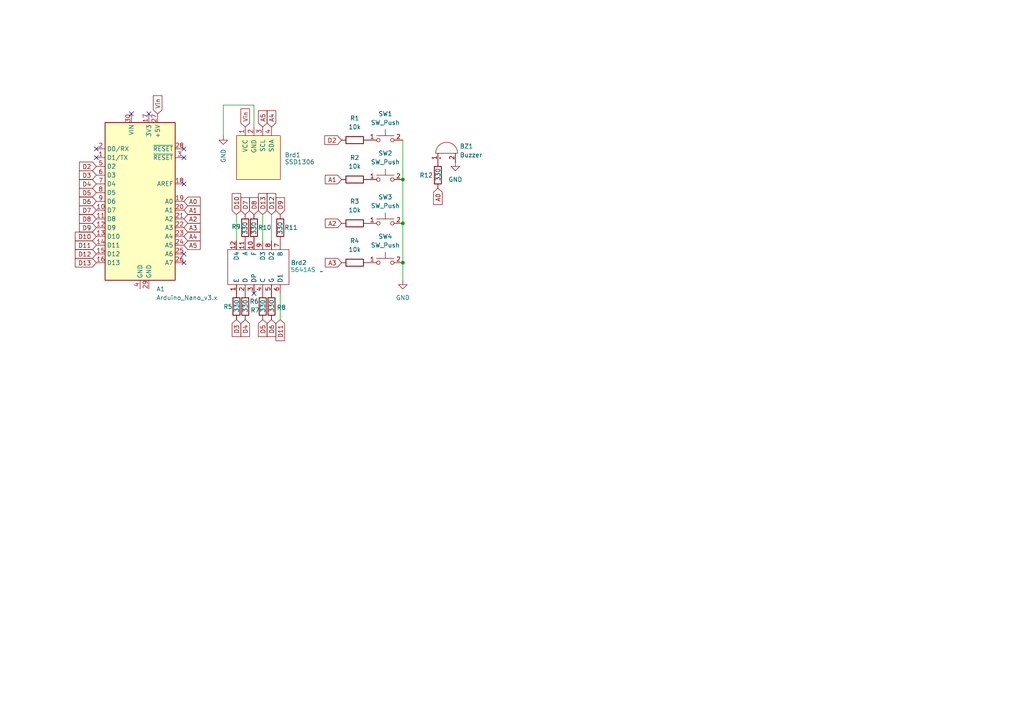
<source format=kicad_sch>
(kicad_sch
	(version 20250114)
	(generator "eeschema")
	(generator_version "9.0")
	(uuid "4c0599df-3797-45d8-8cfe-c57caac2cac1")
	(paper "A4")
	(lib_symbols
		(symbol "5641AS:5641AS"
			(exclude_from_sim no)
			(in_bom yes)
			(on_board yes)
			(property "Reference" "Brd1"
				(at 12.7 1.016 0)
				(effects
					(font
						(size 1.27 1.27)
						(thickness 0.1588)
					)
				)
			)
			(property "Value" ""
				(at 0 0 0)
				(effects
					(font
						(size 1.27 1.27)
					)
				)
			)
			(property "Footprint" ""
				(at 0 0 0)
				(effects
					(font
						(size 1.27 1.27)
					)
					(hide yes)
				)
			)
			(property "Datasheet" ""
				(at 0 0 0)
				(effects
					(font
						(size 1.27 1.27)
					)
					(hide yes)
				)
			)
			(property "Description" ""
				(at 0 0 0)
				(effects
					(font
						(size 1.27 1.27)
					)
					(hide yes)
				)
			)
			(symbol "5641AS_0_1"
				(rectangle
					(start -7.62 5.08)
					(end 10.16 -5.08)
					(stroke
						(width 0)
						(type default)
					)
					(fill
						(type none)
					)
				)
			)
			(symbol "5641AS_1_1"
				(text "5641AS"
					(at 14.224 -0.762 0)
					(effects
						(font
							(size 1.27 1.27)
							(color 0 132 132 1)
						)
					)
				)
				(pin input line
					(at -5.08 7.62 270)
					(length 2.54)
					(name "D4"
						(effects
							(font
								(size 1.27 1.27)
							)
						)
					)
					(number "12"
						(effects
							(font
								(size 1.27 1.27)
							)
						)
					)
				)
				(pin input line
					(at -5.08 -7.62 90)
					(length 2.54)
					(name "E"
						(effects
							(font
								(size 1.27 1.27)
							)
						)
					)
					(number "1"
						(effects
							(font
								(size 1.27 1.27)
							)
						)
					)
				)
				(pin input line
					(at -2.54 7.62 270)
					(length 2.54)
					(name "A"
						(effects
							(font
								(size 1.27 1.27)
							)
						)
					)
					(number "11"
						(effects
							(font
								(size 1.27 1.27)
							)
						)
					)
				)
				(pin input line
					(at -2.54 -7.62 90)
					(length 2.54)
					(name "D"
						(effects
							(font
								(size 1.27 1.27)
							)
						)
					)
					(number "2"
						(effects
							(font
								(size 1.27 1.27)
							)
						)
					)
				)
				(pin input line
					(at 0 7.62 270)
					(length 2.54)
					(name "F"
						(effects
							(font
								(size 1.27 1.27)
							)
						)
					)
					(number "10"
						(effects
							(font
								(size 1.27 1.27)
							)
						)
					)
				)
				(pin input line
					(at 0 -7.62 90)
					(length 2.54)
					(name "DP"
						(effects
							(font
								(size 1.27 1.27)
							)
						)
					)
					(number "3"
						(effects
							(font
								(size 1.27 1.27)
							)
						)
					)
				)
				(pin input line
					(at 2.54 7.62 270)
					(length 2.54)
					(name "D3"
						(effects
							(font
								(size 1.27 1.27)
							)
						)
					)
					(number "9"
						(effects
							(font
								(size 1.27 1.27)
							)
						)
					)
				)
				(pin input line
					(at 2.54 -7.62 90)
					(length 2.54)
					(name "C"
						(effects
							(font
								(size 1.27 1.27)
							)
						)
					)
					(number "4"
						(effects
							(font
								(size 1.27 1.27)
							)
						)
					)
				)
				(pin input line
					(at 5.08 7.62 270)
					(length 2.54)
					(name "D2"
						(effects
							(font
								(size 1.27 1.27)
							)
						)
					)
					(number "8"
						(effects
							(font
								(size 1.27 1.27)
							)
						)
					)
				)
				(pin input line
					(at 5.08 -7.62 90)
					(length 2.54)
					(name "G"
						(effects
							(font
								(size 1.27 1.27)
							)
						)
					)
					(number "5"
						(effects
							(font
								(size 1.27 1.27)
							)
						)
					)
				)
				(pin input line
					(at 7.62 7.62 270)
					(length 2.54)
					(name "B"
						(effects
							(font
								(size 1.27 1.27)
							)
						)
					)
					(number "7"
						(effects
							(font
								(size 1.27 1.27)
							)
						)
					)
				)
				(pin input line
					(at 7.62 -7.62 90)
					(length 2.54)
					(name "D1"
						(effects
							(font
								(size 1.27 1.27)
							)
						)
					)
					(number "6"
						(effects
							(font
								(size 1.27 1.27)
							)
						)
					)
				)
			)
			(embedded_fonts no)
		)
		(symbol "Device:Buzzer"
			(pin_names
				(offset 0.0254)
				(hide yes)
			)
			(exclude_from_sim no)
			(in_bom yes)
			(on_board yes)
			(property "Reference" "BZ"
				(at 3.81 1.27 0)
				(effects
					(font
						(size 1.27 1.27)
					)
					(justify left)
				)
			)
			(property "Value" "Buzzer"
				(at 3.81 -1.27 0)
				(effects
					(font
						(size 1.27 1.27)
					)
					(justify left)
				)
			)
			(property "Footprint" ""
				(at -0.635 2.54 90)
				(effects
					(font
						(size 1.27 1.27)
					)
					(hide yes)
				)
			)
			(property "Datasheet" "~"
				(at -0.635 2.54 90)
				(effects
					(font
						(size 1.27 1.27)
					)
					(hide yes)
				)
			)
			(property "Description" "Buzzer, polarized"
				(at 0 0 0)
				(effects
					(font
						(size 1.27 1.27)
					)
					(hide yes)
				)
			)
			(property "ki_keywords" "quartz resonator ceramic"
				(at 0 0 0)
				(effects
					(font
						(size 1.27 1.27)
					)
					(hide yes)
				)
			)
			(property "ki_fp_filters" "*Buzzer*"
				(at 0 0 0)
				(effects
					(font
						(size 1.27 1.27)
					)
					(hide yes)
				)
			)
			(symbol "Buzzer_0_1"
				(polyline
					(pts
						(xy -1.651 1.905) (xy -1.143 1.905)
					)
					(stroke
						(width 0)
						(type default)
					)
					(fill
						(type none)
					)
				)
				(polyline
					(pts
						(xy -1.397 2.159) (xy -1.397 1.651)
					)
					(stroke
						(width 0)
						(type default)
					)
					(fill
						(type none)
					)
				)
				(arc
					(start 0 3.175)
					(mid 3.1612 0)
					(end 0 -3.175)
					(stroke
						(width 0)
						(type default)
					)
					(fill
						(type none)
					)
				)
				(polyline
					(pts
						(xy 0 3.175) (xy 0 -3.175)
					)
					(stroke
						(width 0)
						(type default)
					)
					(fill
						(type none)
					)
				)
			)
			(symbol "Buzzer_1_1"
				(pin passive line
					(at -2.54 2.54 0)
					(length 2.54)
					(name "+"
						(effects
							(font
								(size 1.27 1.27)
							)
						)
					)
					(number "1"
						(effects
							(font
								(size 1.27 1.27)
							)
						)
					)
				)
				(pin passive line
					(at -2.54 -2.54 0)
					(length 2.54)
					(name "-"
						(effects
							(font
								(size 1.27 1.27)
							)
						)
					)
					(number "2"
						(effects
							(font
								(size 1.27 1.27)
							)
						)
					)
				)
			)
			(embedded_fonts no)
		)
		(symbol "Device:R"
			(pin_numbers
				(hide yes)
			)
			(pin_names
				(offset 0)
			)
			(exclude_from_sim no)
			(in_bom yes)
			(on_board yes)
			(property "Reference" "R"
				(at 2.032 0 90)
				(effects
					(font
						(size 1.27 1.27)
					)
				)
			)
			(property "Value" "R"
				(at 0 0 90)
				(effects
					(font
						(size 1.27 1.27)
					)
				)
			)
			(property "Footprint" ""
				(at -1.778 0 90)
				(effects
					(font
						(size 1.27 1.27)
					)
					(hide yes)
				)
			)
			(property "Datasheet" "~"
				(at 0 0 0)
				(effects
					(font
						(size 1.27 1.27)
					)
					(hide yes)
				)
			)
			(property "Description" "Resistor"
				(at 0 0 0)
				(effects
					(font
						(size 1.27 1.27)
					)
					(hide yes)
				)
			)
			(property "ki_keywords" "R res resistor"
				(at 0 0 0)
				(effects
					(font
						(size 1.27 1.27)
					)
					(hide yes)
				)
			)
			(property "ki_fp_filters" "R_*"
				(at 0 0 0)
				(effects
					(font
						(size 1.27 1.27)
					)
					(hide yes)
				)
			)
			(symbol "R_0_1"
				(rectangle
					(start -1.016 -2.54)
					(end 1.016 2.54)
					(stroke
						(width 0.254)
						(type default)
					)
					(fill
						(type none)
					)
				)
			)
			(symbol "R_1_1"
				(pin passive line
					(at 0 3.81 270)
					(length 1.27)
					(name "~"
						(effects
							(font
								(size 1.27 1.27)
							)
						)
					)
					(number "1"
						(effects
							(font
								(size 1.27 1.27)
							)
						)
					)
				)
				(pin passive line
					(at 0 -3.81 90)
					(length 1.27)
					(name "~"
						(effects
							(font
								(size 1.27 1.27)
							)
						)
					)
					(number "2"
						(effects
							(font
								(size 1.27 1.27)
							)
						)
					)
				)
			)
			(embedded_fonts no)
		)
		(symbol "MCU_Module:Arduino_Nano_v3.x"
			(exclude_from_sim no)
			(in_bom yes)
			(on_board yes)
			(property "Reference" "A"
				(at -10.16 23.495 0)
				(effects
					(font
						(size 1.27 1.27)
					)
					(justify left bottom)
				)
			)
			(property "Value" "Arduino_Nano_v3.x"
				(at 5.08 -24.13 0)
				(effects
					(font
						(size 1.27 1.27)
					)
					(justify left top)
				)
			)
			(property "Footprint" "Module:Arduino_Nano"
				(at 0 0 0)
				(effects
					(font
						(size 1.27 1.27)
						(italic yes)
					)
					(hide yes)
				)
			)
			(property "Datasheet" "http://www.mouser.com/pdfdocs/Gravitech_Arduino_Nano3_0.pdf"
				(at 0 0 0)
				(effects
					(font
						(size 1.27 1.27)
					)
					(hide yes)
				)
			)
			(property "Description" "Arduino Nano v3.x"
				(at 0 0 0)
				(effects
					(font
						(size 1.27 1.27)
					)
					(hide yes)
				)
			)
			(property "ki_keywords" "Arduino nano microcontroller module USB"
				(at 0 0 0)
				(effects
					(font
						(size 1.27 1.27)
					)
					(hide yes)
				)
			)
			(property "ki_fp_filters" "Arduino*Nano*"
				(at 0 0 0)
				(effects
					(font
						(size 1.27 1.27)
					)
					(hide yes)
				)
			)
			(symbol "Arduino_Nano_v3.x_0_1"
				(rectangle
					(start -10.16 22.86)
					(end 10.16 -22.86)
					(stroke
						(width 0.254)
						(type default)
					)
					(fill
						(type background)
					)
				)
			)
			(symbol "Arduino_Nano_v3.x_1_1"
				(pin bidirectional line
					(at -12.7 15.24 0)
					(length 2.54)
					(name "D0/RX"
						(effects
							(font
								(size 1.27 1.27)
							)
						)
					)
					(number "2"
						(effects
							(font
								(size 1.27 1.27)
							)
						)
					)
				)
				(pin bidirectional line
					(at -12.7 12.7 0)
					(length 2.54)
					(name "D1/TX"
						(effects
							(font
								(size 1.27 1.27)
							)
						)
					)
					(number "1"
						(effects
							(font
								(size 1.27 1.27)
							)
						)
					)
				)
				(pin bidirectional line
					(at -12.7 10.16 0)
					(length 2.54)
					(name "D2"
						(effects
							(font
								(size 1.27 1.27)
							)
						)
					)
					(number "5"
						(effects
							(font
								(size 1.27 1.27)
							)
						)
					)
				)
				(pin bidirectional line
					(at -12.7 7.62 0)
					(length 2.54)
					(name "D3"
						(effects
							(font
								(size 1.27 1.27)
							)
						)
					)
					(number "6"
						(effects
							(font
								(size 1.27 1.27)
							)
						)
					)
				)
				(pin bidirectional line
					(at -12.7 5.08 0)
					(length 2.54)
					(name "D4"
						(effects
							(font
								(size 1.27 1.27)
							)
						)
					)
					(number "7"
						(effects
							(font
								(size 1.27 1.27)
							)
						)
					)
				)
				(pin bidirectional line
					(at -12.7 2.54 0)
					(length 2.54)
					(name "D5"
						(effects
							(font
								(size 1.27 1.27)
							)
						)
					)
					(number "8"
						(effects
							(font
								(size 1.27 1.27)
							)
						)
					)
				)
				(pin bidirectional line
					(at -12.7 0 0)
					(length 2.54)
					(name "D6"
						(effects
							(font
								(size 1.27 1.27)
							)
						)
					)
					(number "9"
						(effects
							(font
								(size 1.27 1.27)
							)
						)
					)
				)
				(pin bidirectional line
					(at -12.7 -2.54 0)
					(length 2.54)
					(name "D7"
						(effects
							(font
								(size 1.27 1.27)
							)
						)
					)
					(number "10"
						(effects
							(font
								(size 1.27 1.27)
							)
						)
					)
				)
				(pin bidirectional line
					(at -12.7 -5.08 0)
					(length 2.54)
					(name "D8"
						(effects
							(font
								(size 1.27 1.27)
							)
						)
					)
					(number "11"
						(effects
							(font
								(size 1.27 1.27)
							)
						)
					)
				)
				(pin bidirectional line
					(at -12.7 -7.62 0)
					(length 2.54)
					(name "D9"
						(effects
							(font
								(size 1.27 1.27)
							)
						)
					)
					(number "12"
						(effects
							(font
								(size 1.27 1.27)
							)
						)
					)
				)
				(pin bidirectional line
					(at -12.7 -10.16 0)
					(length 2.54)
					(name "D10"
						(effects
							(font
								(size 1.27 1.27)
							)
						)
					)
					(number "13"
						(effects
							(font
								(size 1.27 1.27)
							)
						)
					)
				)
				(pin bidirectional line
					(at -12.7 -12.7 0)
					(length 2.54)
					(name "D11"
						(effects
							(font
								(size 1.27 1.27)
							)
						)
					)
					(number "14"
						(effects
							(font
								(size 1.27 1.27)
							)
						)
					)
				)
				(pin bidirectional line
					(at -12.7 -15.24 0)
					(length 2.54)
					(name "D12"
						(effects
							(font
								(size 1.27 1.27)
							)
						)
					)
					(number "15"
						(effects
							(font
								(size 1.27 1.27)
							)
						)
					)
				)
				(pin bidirectional line
					(at -12.7 -17.78 0)
					(length 2.54)
					(name "D13"
						(effects
							(font
								(size 1.27 1.27)
							)
						)
					)
					(number "16"
						(effects
							(font
								(size 1.27 1.27)
							)
						)
					)
				)
				(pin power_in line
					(at -2.54 25.4 270)
					(length 2.54)
					(name "VIN"
						(effects
							(font
								(size 1.27 1.27)
							)
						)
					)
					(number "30"
						(effects
							(font
								(size 1.27 1.27)
							)
						)
					)
				)
				(pin power_in line
					(at 0 -25.4 90)
					(length 2.54)
					(name "GND"
						(effects
							(font
								(size 1.27 1.27)
							)
						)
					)
					(number "4"
						(effects
							(font
								(size 1.27 1.27)
							)
						)
					)
				)
				(pin power_out line
					(at 2.54 25.4 270)
					(length 2.54)
					(name "3V3"
						(effects
							(font
								(size 1.27 1.27)
							)
						)
					)
					(number "17"
						(effects
							(font
								(size 1.27 1.27)
							)
						)
					)
				)
				(pin power_in line
					(at 2.54 -25.4 90)
					(length 2.54)
					(name "GND"
						(effects
							(font
								(size 1.27 1.27)
							)
						)
					)
					(number "29"
						(effects
							(font
								(size 1.27 1.27)
							)
						)
					)
				)
				(pin power_out line
					(at 5.08 25.4 270)
					(length 2.54)
					(name "+5V"
						(effects
							(font
								(size 1.27 1.27)
							)
						)
					)
					(number "27"
						(effects
							(font
								(size 1.27 1.27)
							)
						)
					)
				)
				(pin input line
					(at 12.7 15.24 180)
					(length 2.54)
					(name "~{RESET}"
						(effects
							(font
								(size 1.27 1.27)
							)
						)
					)
					(number "28"
						(effects
							(font
								(size 1.27 1.27)
							)
						)
					)
				)
				(pin input line
					(at 12.7 12.7 180)
					(length 2.54)
					(name "~{RESET}"
						(effects
							(font
								(size 1.27 1.27)
							)
						)
					)
					(number "3"
						(effects
							(font
								(size 1.27 1.27)
							)
						)
					)
				)
				(pin input line
					(at 12.7 5.08 180)
					(length 2.54)
					(name "AREF"
						(effects
							(font
								(size 1.27 1.27)
							)
						)
					)
					(number "18"
						(effects
							(font
								(size 1.27 1.27)
							)
						)
					)
				)
				(pin bidirectional line
					(at 12.7 0 180)
					(length 2.54)
					(name "A0"
						(effects
							(font
								(size 1.27 1.27)
							)
						)
					)
					(number "19"
						(effects
							(font
								(size 1.27 1.27)
							)
						)
					)
				)
				(pin bidirectional line
					(at 12.7 -2.54 180)
					(length 2.54)
					(name "A1"
						(effects
							(font
								(size 1.27 1.27)
							)
						)
					)
					(number "20"
						(effects
							(font
								(size 1.27 1.27)
							)
						)
					)
				)
				(pin bidirectional line
					(at 12.7 -5.08 180)
					(length 2.54)
					(name "A2"
						(effects
							(font
								(size 1.27 1.27)
							)
						)
					)
					(number "21"
						(effects
							(font
								(size 1.27 1.27)
							)
						)
					)
				)
				(pin bidirectional line
					(at 12.7 -7.62 180)
					(length 2.54)
					(name "A3"
						(effects
							(font
								(size 1.27 1.27)
							)
						)
					)
					(number "22"
						(effects
							(font
								(size 1.27 1.27)
							)
						)
					)
				)
				(pin bidirectional line
					(at 12.7 -10.16 180)
					(length 2.54)
					(name "A4"
						(effects
							(font
								(size 1.27 1.27)
							)
						)
					)
					(number "23"
						(effects
							(font
								(size 1.27 1.27)
							)
						)
					)
				)
				(pin bidirectional line
					(at 12.7 -12.7 180)
					(length 2.54)
					(name "A5"
						(effects
							(font
								(size 1.27 1.27)
							)
						)
					)
					(number "24"
						(effects
							(font
								(size 1.27 1.27)
							)
						)
					)
				)
				(pin bidirectional line
					(at 12.7 -15.24 180)
					(length 2.54)
					(name "A6"
						(effects
							(font
								(size 1.27 1.27)
							)
						)
					)
					(number "25"
						(effects
							(font
								(size 1.27 1.27)
							)
						)
					)
				)
				(pin bidirectional line
					(at 12.7 -17.78 180)
					(length 2.54)
					(name "A7"
						(effects
							(font
								(size 1.27 1.27)
							)
						)
					)
					(number "26"
						(effects
							(font
								(size 1.27 1.27)
							)
						)
					)
				)
			)
			(embedded_fonts no)
		)
		(symbol "SSD1306:SSD1306"
			(pin_names
				(offset 1.016)
			)
			(exclude_from_sim no)
			(in_bom yes)
			(on_board yes)
			(property "Reference" "Brd1"
				(at 7.62 0.762 0)
				(effects
					(font
						(size 1.27 1.27)
					)
					(justify left)
				)
			)
			(property "Value" "SSD1306"
				(at 7.62 -1.2699 0)
				(effects
					(font
						(size 1.27 1.27)
					)
					(justify left)
				)
			)
			(property "Footprint" ""
				(at 0 6.35 0)
				(effects
					(font
						(size 1.27 1.27)
					)
					(hide yes)
				)
			)
			(property "Datasheet" ""
				(at 0 6.35 0)
				(effects
					(font
						(size 1.27 1.27)
					)
					(hide yes)
				)
			)
			(property "Description" "SSD1306 OLED"
				(at 0 0 0)
				(effects
					(font
						(size 1.27 1.27)
					)
					(hide yes)
				)
			)
			(property "ki_keywords" "SSD1306"
				(at 0 0 0)
				(effects
					(font
						(size 1.27 1.27)
					)
					(hide yes)
				)
			)
			(property "ki_fp_filters" "SSD1306-128x64_OLED:SSD1306"
				(at 0 0 0)
				(effects
					(font
						(size 1.27 1.27)
					)
					(hide yes)
				)
			)
			(symbol "SSD1306_0_1"
				(rectangle
					(start -6.35 6.35)
					(end 6.35 -6.35)
					(stroke
						(width 0)
						(type solid)
					)
					(fill
						(type background)
					)
				)
			)
			(symbol "SSD1306_1_1"
				(pin input line
					(at -3.81 8.89 270)
					(length 2.54)
					(name "VCC"
						(effects
							(font
								(size 1.27 1.27)
							)
						)
					)
					(number "1"
						(effects
							(font
								(size 1.27 1.27)
							)
						)
					)
				)
				(pin input line
					(at -1.27 8.89 270)
					(length 2.54)
					(name "GND"
						(effects
							(font
								(size 1.27 1.27)
							)
						)
					)
					(number "2"
						(effects
							(font
								(size 1.27 1.27)
							)
						)
					)
				)
				(pin input line
					(at 1.27 8.89 270)
					(length 2.54)
					(name "SCL"
						(effects
							(font
								(size 1.27 1.27)
							)
						)
					)
					(number "3"
						(effects
							(font
								(size 1.27 1.27)
							)
						)
					)
				)
				(pin input line
					(at 3.81 8.89 270)
					(length 2.54)
					(name "SDA"
						(effects
							(font
								(size 1.27 1.27)
							)
						)
					)
					(number "4"
						(effects
							(font
								(size 1.27 1.27)
							)
						)
					)
				)
			)
			(embedded_fonts no)
		)
		(symbol "SW_Push_1"
			(pin_names
				(offset 1.016)
				(hide yes)
			)
			(exclude_from_sim no)
			(in_bom yes)
			(on_board yes)
			(property "Reference" "SW"
				(at 1.27 2.54 0)
				(effects
					(font
						(size 1.27 1.27)
					)
					(justify left)
				)
			)
			(property "Value" "SW_Push"
				(at 0 -1.524 0)
				(effects
					(font
						(size 1.27 1.27)
					)
				)
			)
			(property "Footprint" ""
				(at 0 5.08 0)
				(effects
					(font
						(size 1.27 1.27)
					)
					(hide yes)
				)
			)
			(property "Datasheet" "~"
				(at 0 5.08 0)
				(effects
					(font
						(size 1.27 1.27)
					)
					(hide yes)
				)
			)
			(property "Description" "Push button switch, generic, two pins"
				(at 0 0 0)
				(effects
					(font
						(size 1.27 1.27)
					)
					(hide yes)
				)
			)
			(property "ki_keywords" "switch normally-open pushbutton push-button"
				(at 0 0 0)
				(effects
					(font
						(size 1.27 1.27)
					)
					(hide yes)
				)
			)
			(symbol "SW_Push_1_0_1"
				(circle
					(center -2.032 0)
					(radius 0.508)
					(stroke
						(width 0)
						(type default)
					)
					(fill
						(type none)
					)
				)
				(polyline
					(pts
						(xy 0 1.27) (xy 0 3.048)
					)
					(stroke
						(width 0)
						(type default)
					)
					(fill
						(type none)
					)
				)
				(circle
					(center 2.032 0)
					(radius 0.508)
					(stroke
						(width 0)
						(type default)
					)
					(fill
						(type none)
					)
				)
				(polyline
					(pts
						(xy 2.54 1.27) (xy -2.54 1.27)
					)
					(stroke
						(width 0)
						(type default)
					)
					(fill
						(type none)
					)
				)
				(pin passive line
					(at -5.08 0 0)
					(length 2.54)
					(name "1"
						(effects
							(font
								(size 1.27 1.27)
							)
						)
					)
					(number "1"
						(effects
							(font
								(size 1.27 1.27)
							)
						)
					)
				)
				(pin passive line
					(at 5.08 0 180)
					(length 2.54)
					(name "2"
						(effects
							(font
								(size 1.27 1.27)
							)
						)
					)
					(number "2"
						(effects
							(font
								(size 1.27 1.27)
							)
						)
					)
				)
			)
			(embedded_fonts no)
		)
		(symbol "SW_Push_2"
			(pin_names
				(offset 1.016)
				(hide yes)
			)
			(exclude_from_sim no)
			(in_bom yes)
			(on_board yes)
			(property "Reference" "SW"
				(at 1.27 2.54 0)
				(effects
					(font
						(size 1.27 1.27)
					)
					(justify left)
				)
			)
			(property "Value" "SW_Push"
				(at 0 -1.524 0)
				(effects
					(font
						(size 1.27 1.27)
					)
				)
			)
			(property "Footprint" ""
				(at 0 5.08 0)
				(effects
					(font
						(size 1.27 1.27)
					)
					(hide yes)
				)
			)
			(property "Datasheet" "~"
				(at 0 5.08 0)
				(effects
					(font
						(size 1.27 1.27)
					)
					(hide yes)
				)
			)
			(property "Description" "Push button switch, generic, two pins"
				(at 0 0 0)
				(effects
					(font
						(size 1.27 1.27)
					)
					(hide yes)
				)
			)
			(property "ki_keywords" "switch normally-open pushbutton push-button"
				(at 0 0 0)
				(effects
					(font
						(size 1.27 1.27)
					)
					(hide yes)
				)
			)
			(symbol "SW_Push_2_0_1"
				(circle
					(center -2.032 0)
					(radius 0.508)
					(stroke
						(width 0)
						(type default)
					)
					(fill
						(type none)
					)
				)
				(polyline
					(pts
						(xy 0 1.27) (xy 0 3.048)
					)
					(stroke
						(width 0)
						(type default)
					)
					(fill
						(type none)
					)
				)
				(circle
					(center 2.032 0)
					(radius 0.508)
					(stroke
						(width 0)
						(type default)
					)
					(fill
						(type none)
					)
				)
				(polyline
					(pts
						(xy 2.54 1.27) (xy -2.54 1.27)
					)
					(stroke
						(width 0)
						(type default)
					)
					(fill
						(type none)
					)
				)
				(pin passive line
					(at -5.08 0 0)
					(length 2.54)
					(name "1"
						(effects
							(font
								(size 1.27 1.27)
							)
						)
					)
					(number "1"
						(effects
							(font
								(size 1.27 1.27)
							)
						)
					)
				)
				(pin passive line
					(at 5.08 0 180)
					(length 2.54)
					(name "2"
						(effects
							(font
								(size 1.27 1.27)
							)
						)
					)
					(number "2"
						(effects
							(font
								(size 1.27 1.27)
							)
						)
					)
				)
			)
			(embedded_fonts no)
		)
		(symbol "SW_Push_3"
			(pin_names
				(offset 1.016)
				(hide yes)
			)
			(exclude_from_sim no)
			(in_bom yes)
			(on_board yes)
			(property "Reference" "SW"
				(at 1.27 2.54 0)
				(effects
					(font
						(size 1.27 1.27)
					)
					(justify left)
				)
			)
			(property "Value" "SW_Push"
				(at 0 -1.524 0)
				(effects
					(font
						(size 1.27 1.27)
					)
				)
			)
			(property "Footprint" ""
				(at 0 5.08 0)
				(effects
					(font
						(size 1.27 1.27)
					)
					(hide yes)
				)
			)
			(property "Datasheet" "~"
				(at 0 5.08 0)
				(effects
					(font
						(size 1.27 1.27)
					)
					(hide yes)
				)
			)
			(property "Description" "Push button switch, generic, two pins"
				(at 0 0 0)
				(effects
					(font
						(size 1.27 1.27)
					)
					(hide yes)
				)
			)
			(property "ki_keywords" "switch normally-open pushbutton push-button"
				(at 0 0 0)
				(effects
					(font
						(size 1.27 1.27)
					)
					(hide yes)
				)
			)
			(symbol "SW_Push_3_0_1"
				(circle
					(center -2.032 0)
					(radius 0.508)
					(stroke
						(width 0)
						(type default)
					)
					(fill
						(type none)
					)
				)
				(polyline
					(pts
						(xy 0 1.27) (xy 0 3.048)
					)
					(stroke
						(width 0)
						(type default)
					)
					(fill
						(type none)
					)
				)
				(circle
					(center 2.032 0)
					(radius 0.508)
					(stroke
						(width 0)
						(type default)
					)
					(fill
						(type none)
					)
				)
				(polyline
					(pts
						(xy 2.54 1.27) (xy -2.54 1.27)
					)
					(stroke
						(width 0)
						(type default)
					)
					(fill
						(type none)
					)
				)
				(pin passive line
					(at -5.08 0 0)
					(length 2.54)
					(name "1"
						(effects
							(font
								(size 1.27 1.27)
							)
						)
					)
					(number "1"
						(effects
							(font
								(size 1.27 1.27)
							)
						)
					)
				)
				(pin passive line
					(at 5.08 0 180)
					(length 2.54)
					(name "2"
						(effects
							(font
								(size 1.27 1.27)
							)
						)
					)
					(number "2"
						(effects
							(font
								(size 1.27 1.27)
							)
						)
					)
				)
			)
			(embedded_fonts no)
		)
		(symbol "Switch:SW_Push"
			(pin_names
				(offset 1.016)
				(hide yes)
			)
			(exclude_from_sim no)
			(in_bom yes)
			(on_board yes)
			(property "Reference" "SW"
				(at 1.27 2.54 0)
				(effects
					(font
						(size 1.27 1.27)
					)
					(justify left)
				)
			)
			(property "Value" "SW_Push"
				(at 0 -1.524 0)
				(effects
					(font
						(size 1.27 1.27)
					)
				)
			)
			(property "Footprint" ""
				(at 0 5.08 0)
				(effects
					(font
						(size 1.27 1.27)
					)
					(hide yes)
				)
			)
			(property "Datasheet" "~"
				(at 0 5.08 0)
				(effects
					(font
						(size 1.27 1.27)
					)
					(hide yes)
				)
			)
			(property "Description" "Push button switch, generic, two pins"
				(at 0 0 0)
				(effects
					(font
						(size 1.27 1.27)
					)
					(hide yes)
				)
			)
			(property "ki_keywords" "switch normally-open pushbutton push-button"
				(at 0 0 0)
				(effects
					(font
						(size 1.27 1.27)
					)
					(hide yes)
				)
			)
			(symbol "SW_Push_0_1"
				(circle
					(center -2.032 0)
					(radius 0.508)
					(stroke
						(width 0)
						(type default)
					)
					(fill
						(type none)
					)
				)
				(polyline
					(pts
						(xy 0 1.27) (xy 0 3.048)
					)
					(stroke
						(width 0)
						(type default)
					)
					(fill
						(type none)
					)
				)
				(circle
					(center 2.032 0)
					(radius 0.508)
					(stroke
						(width 0)
						(type default)
					)
					(fill
						(type none)
					)
				)
				(polyline
					(pts
						(xy 2.54 1.27) (xy -2.54 1.27)
					)
					(stroke
						(width 0)
						(type default)
					)
					(fill
						(type none)
					)
				)
				(pin passive line
					(at -5.08 0 0)
					(length 2.54)
					(name "1"
						(effects
							(font
								(size 1.27 1.27)
							)
						)
					)
					(number "1"
						(effects
							(font
								(size 1.27 1.27)
							)
						)
					)
				)
				(pin passive line
					(at 5.08 0 180)
					(length 2.54)
					(name "2"
						(effects
							(font
								(size 1.27 1.27)
							)
						)
					)
					(number "2"
						(effects
							(font
								(size 1.27 1.27)
							)
						)
					)
				)
			)
			(embedded_fonts no)
		)
		(symbol "power:GND"
			(power)
			(pin_numbers
				(hide yes)
			)
			(pin_names
				(offset 0)
				(hide yes)
			)
			(exclude_from_sim no)
			(in_bom yes)
			(on_board yes)
			(property "Reference" "#PWR"
				(at 0 -6.35 0)
				(effects
					(font
						(size 1.27 1.27)
					)
					(hide yes)
				)
			)
			(property "Value" "GND"
				(at 0 -3.81 0)
				(effects
					(font
						(size 1.27 1.27)
					)
				)
			)
			(property "Footprint" ""
				(at 0 0 0)
				(effects
					(font
						(size 1.27 1.27)
					)
					(hide yes)
				)
			)
			(property "Datasheet" ""
				(at 0 0 0)
				(effects
					(font
						(size 1.27 1.27)
					)
					(hide yes)
				)
			)
			(property "Description" "Power symbol creates a global label with name \"GND\" , ground"
				(at 0 0 0)
				(effects
					(font
						(size 1.27 1.27)
					)
					(hide yes)
				)
			)
			(property "ki_keywords" "global power"
				(at 0 0 0)
				(effects
					(font
						(size 1.27 1.27)
					)
					(hide yes)
				)
			)
			(symbol "GND_0_1"
				(polyline
					(pts
						(xy 0 0) (xy 0 -1.27) (xy 1.27 -1.27) (xy 0 -2.54) (xy -1.27 -1.27) (xy 0 -1.27)
					)
					(stroke
						(width 0)
						(type default)
					)
					(fill
						(type none)
					)
				)
			)
			(symbol "GND_1_1"
				(pin power_in line
					(at 0 0 270)
					(length 0)
					(name "~"
						(effects
							(font
								(size 1.27 1.27)
							)
						)
					)
					(number "1"
						(effects
							(font
								(size 1.27 1.27)
							)
						)
					)
				)
			)
			(embedded_fonts no)
		)
	)
	(junction
		(at 116.84 64.77)
		(diameter 0)
		(color 0 0 0 0)
		(uuid "0b924c78-4a3a-4773-94d6-1a4e0db7338e")
	)
	(junction
		(at 116.84 76.2)
		(diameter 0)
		(color 0 0 0 0)
		(uuid "bf4dd8fc-5ad4-463c-89e3-4b651728e989")
	)
	(junction
		(at 116.84 52.07)
		(diameter 0)
		(color 0 0 0 0)
		(uuid "e49605f2-0e20-4ad4-a999-230602ea0cd4")
	)
	(no_connect
		(at 27.94 45.72)
		(uuid "0bea6725-72de-4b94-b153-41b09993c357")
	)
	(no_connect
		(at 38.1 33.02)
		(uuid "15c2abbf-a5df-423d-829c-c0e0f50eaff4")
	)
	(no_connect
		(at 73.66 85.09)
		(uuid "4b943da8-aedc-487d-b510-02e835de873f")
	)
	(no_connect
		(at 27.94 43.18)
		(uuid "56b25b78-ac90-4ec6-a982-c7701ae63065")
	)
	(no_connect
		(at 53.34 43.18)
		(uuid "6ff8a111-779c-4dac-859a-6c7fc1fd72dd")
	)
	(no_connect
		(at 43.18 33.02)
		(uuid "a8f545b0-b1d8-4cac-b9a2-b50fbc34bfd4")
	)
	(no_connect
		(at 53.34 53.34)
		(uuid "b28a46ae-1450-4c5b-9b55-3e3e179a89d0")
	)
	(no_connect
		(at 53.34 45.72)
		(uuid "baabcb89-72bc-49ad-908a-e9089847e2b2")
	)
	(no_connect
		(at 53.34 73.66)
		(uuid "d376aabb-4158-4755-94ec-2e20e223e922")
	)
	(no_connect
		(at 53.34 76.2)
		(uuid "e6f8ee2d-e7c2-49ea-811b-9d843cf92db1")
	)
	(wire
		(pts
			(xy 116.84 52.07) (xy 116.84 64.77)
		)
		(stroke
			(width 0)
			(type default)
		)
		(uuid "0dab2260-e991-44ed-9f32-56c426b72813")
	)
	(wire
		(pts
			(xy 76.2 62.23) (xy 76.2 69.85)
		)
		(stroke
			(width 0)
			(type default)
		)
		(uuid "53e97322-a2f8-485a-99aa-acb6cd4b751c")
	)
	(wire
		(pts
			(xy 73.66 30.48) (xy 64.77 30.48)
		)
		(stroke
			(width 0)
			(type default)
		)
		(uuid "6a2a38e1-e92b-454d-8299-b798c963d14d")
	)
	(wire
		(pts
			(xy 116.84 64.77) (xy 116.84 76.2)
		)
		(stroke
			(width 0)
			(type default)
		)
		(uuid "76c2a09d-54a1-41ca-a737-e1a1f7d5fce7")
	)
	(wire
		(pts
			(xy 81.28 85.09) (xy 81.28 92.71)
		)
		(stroke
			(width 0)
			(type default)
		)
		(uuid "a952821e-b053-4429-a09f-e1b5edb6a936")
	)
	(wire
		(pts
			(xy 116.84 40.64) (xy 116.84 52.07)
		)
		(stroke
			(width 0)
			(type default)
		)
		(uuid "c6df7d44-baf1-4450-b9df-2584fdcc7ec8")
	)
	(wire
		(pts
			(xy 68.58 62.23) (xy 68.58 69.85)
		)
		(stroke
			(width 0)
			(type default)
		)
		(uuid "e66a64e6-78dd-4469-a819-e9df12616af4")
	)
	(wire
		(pts
			(xy 116.84 81.28) (xy 116.84 76.2)
		)
		(stroke
			(width 0)
			(type default)
		)
		(uuid "ea8d0a81-4ede-46c1-893f-18ab493376bc")
	)
	(wire
		(pts
			(xy 78.74 62.23) (xy 78.74 69.85)
		)
		(stroke
			(width 0)
			(type default)
		)
		(uuid "eacc7508-21b3-40af-9b16-3a5fe64ac8cc")
	)
	(wire
		(pts
			(xy 73.66 36.83) (xy 73.66 30.48)
		)
		(stroke
			(width 0)
			(type default)
		)
		(uuid "ecf7b5b5-0894-40a8-aa42-cd8176ff5f4b")
	)
	(wire
		(pts
			(xy 64.77 30.48) (xy 64.77 39.37)
		)
		(stroke
			(width 0)
			(type default)
		)
		(uuid "f84d49b8-dbbc-4a93-9f8f-a5c8d188136e")
	)
	(global_label "D12"
		(shape input)
		(at 78.74 62.23 90)
		(fields_autoplaced yes)
		(effects
			(font
				(size 1.27 1.27)
			)
			(justify left)
		)
		(uuid "01d5d381-bcea-49bc-b6fc-23681fc2584c")
		(property "Intersheetrefs" "${INTERSHEET_REFS}"
			(at 78.74 55.5558 90)
			(effects
				(font
					(size 1.27 1.27)
				)
				(justify left)
				(hide yes)
			)
		)
	)
	(global_label "A2"
		(shape input)
		(at 53.34 63.5 0)
		(fields_autoplaced yes)
		(effects
			(font
				(size 1.27 1.27)
			)
			(justify left)
		)
		(uuid "03929e77-7a98-446e-a7c6-206436c1e097")
		(property "Intersheetrefs" "${INTERSHEET_REFS}"
			(at 58.6233 63.5 0)
			(effects
				(font
					(size 1.27 1.27)
				)
				(justify left)
				(hide yes)
			)
		)
	)
	(global_label "D2"
		(shape input)
		(at 27.94 48.26 180)
		(fields_autoplaced yes)
		(effects
			(font
				(size 1.27 1.27)
			)
			(justify right)
		)
		(uuid "0d3df9a9-e83b-46b8-bb60-747e588abcfc")
		(property "Intersheetrefs" "${INTERSHEET_REFS}"
			(at 22.4753 48.26 0)
			(effects
				(font
					(size 1.27 1.27)
				)
				(justify right)
				(hide yes)
			)
		)
	)
	(global_label "A4"
		(shape input)
		(at 53.34 68.58 0)
		(fields_autoplaced yes)
		(effects
			(font
				(size 1.27 1.27)
			)
			(justify left)
		)
		(uuid "1644483a-bb86-4290-ad4c-5526607b9bfd")
		(property "Intersheetrefs" "${INTERSHEET_REFS}"
			(at 58.6233 68.58 0)
			(effects
				(font
					(size 1.27 1.27)
				)
				(justify left)
				(hide yes)
			)
		)
	)
	(global_label "D7"
		(shape input)
		(at 27.94 60.96 180)
		(fields_autoplaced yes)
		(effects
			(font
				(size 1.27 1.27)
			)
			(justify right)
		)
		(uuid "1ffa4bd4-82fd-432a-9b95-4e036d94a654")
		(property "Intersheetrefs" "${INTERSHEET_REFS}"
			(at 22.4753 60.96 0)
			(effects
				(font
					(size 1.27 1.27)
				)
				(justify right)
				(hide yes)
			)
		)
	)
	(global_label "A5"
		(shape input)
		(at 53.34 71.12 0)
		(fields_autoplaced yes)
		(effects
			(font
				(size 1.27 1.27)
			)
			(justify left)
		)
		(uuid "201a5e17-d652-41d7-901b-eb7a6cf0d741")
		(property "Intersheetrefs" "${INTERSHEET_REFS}"
			(at 58.6233 71.12 0)
			(effects
				(font
					(size 1.27 1.27)
				)
				(justify left)
				(hide yes)
			)
		)
	)
	(global_label "D10"
		(shape input)
		(at 27.94 68.58 180)
		(fields_autoplaced yes)
		(effects
			(font
				(size 1.27 1.27)
			)
			(justify right)
		)
		(uuid "244bd3a1-e2aa-477d-bf23-5f9c9e2a739b")
		(property "Intersheetrefs" "${INTERSHEET_REFS}"
			(at 21.2658 68.58 0)
			(effects
				(font
					(size 1.27 1.27)
				)
				(justify right)
				(hide yes)
			)
		)
	)
	(global_label "A2"
		(shape input)
		(at 99.06 64.77 180)
		(fields_autoplaced yes)
		(effects
			(font
				(size 1.27 1.27)
			)
			(justify right)
		)
		(uuid "259fdb78-efe2-4e99-a545-969f8e210e16")
		(property "Intersheetrefs" "${INTERSHEET_REFS}"
			(at 93.7767 64.77 0)
			(effects
				(font
					(size 1.27 1.27)
				)
				(justify right)
				(hide yes)
			)
		)
	)
	(global_label "D8"
		(shape input)
		(at 27.94 63.5 180)
		(fields_autoplaced yes)
		(effects
			(font
				(size 1.27 1.27)
			)
			(justify right)
		)
		(uuid "26549c17-29c0-40c8-9a73-0793d06e795a")
		(property "Intersheetrefs" "${INTERSHEET_REFS}"
			(at 22.4753 63.5 0)
			(effects
				(font
					(size 1.27 1.27)
				)
				(justify right)
				(hide yes)
			)
		)
	)
	(global_label "D11"
		(shape input)
		(at 27.94 71.12 180)
		(fields_autoplaced yes)
		(effects
			(font
				(size 1.27 1.27)
			)
			(justify right)
		)
		(uuid "2d17d4ad-bab2-4400-99d8-72fb2ee54e4f")
		(property "Intersheetrefs" "${INTERSHEET_REFS}"
			(at 21.2658 71.12 0)
			(effects
				(font
					(size 1.27 1.27)
				)
				(justify right)
				(hide yes)
			)
		)
	)
	(global_label "A5"
		(shape input)
		(at 76.2 36.83 90)
		(fields_autoplaced yes)
		(effects
			(font
				(size 1.27 1.27)
			)
			(justify left)
		)
		(uuid "45daf32b-dfd7-40bb-a245-b4190644c71b")
		(property "Intersheetrefs" "${INTERSHEET_REFS}"
			(at 76.2 31.5467 90)
			(effects
				(font
					(size 1.27 1.27)
				)
				(justify left)
				(hide yes)
			)
		)
	)
	(global_label "D6"
		(shape input)
		(at 27.94 58.42 180)
		(fields_autoplaced yes)
		(effects
			(font
				(size 1.27 1.27)
			)
			(justify right)
		)
		(uuid "4df05ec3-b3b2-482a-93d5-038534f61572")
		(property "Intersheetrefs" "${INTERSHEET_REFS}"
			(at 22.4753 58.42 0)
			(effects
				(font
					(size 1.27 1.27)
				)
				(justify right)
				(hide yes)
			)
		)
	)
	(global_label "D9"
		(shape input)
		(at 27.94 66.04 180)
		(fields_autoplaced yes)
		(effects
			(font
				(size 1.27 1.27)
			)
			(justify right)
		)
		(uuid "4f86c129-9597-4361-a1e6-f93e7a160092")
		(property "Intersheetrefs" "${INTERSHEET_REFS}"
			(at 22.4753 66.04 0)
			(effects
				(font
					(size 1.27 1.27)
				)
				(justify right)
				(hide yes)
			)
		)
	)
	(global_label "Vin"
		(shape input)
		(at 71.12 36.83 90)
		(fields_autoplaced yes)
		(effects
			(font
				(size 1.27 1.27)
			)
			(justify left)
		)
		(uuid "5003ff52-376c-4c58-922c-8f620b111a35")
		(property "Intersheetrefs" "${INTERSHEET_REFS}"
			(at 71.12 31.0024 90)
			(effects
				(font
					(size 1.27 1.27)
				)
				(justify left)
				(hide yes)
			)
		)
	)
	(global_label "A3"
		(shape input)
		(at 99.06 76.2 180)
		(fields_autoplaced yes)
		(effects
			(font
				(size 1.27 1.27)
			)
			(justify right)
		)
		(uuid "592b224e-98ba-4335-abf7-fe2dcf6e2d98")
		(property "Intersheetrefs" "${INTERSHEET_REFS}"
			(at 93.7767 76.2 0)
			(effects
				(font
					(size 1.27 1.27)
				)
				(justify right)
				(hide yes)
			)
		)
	)
	(global_label "Vin"
		(shape input)
		(at 45.72 33.02 90)
		(fields_autoplaced yes)
		(effects
			(font
				(size 1.27 1.27)
			)
			(justify left)
		)
		(uuid "64592274-9496-441e-b854-53c94dac74c7")
		(property "Intersheetrefs" "${INTERSHEET_REFS}"
			(at 45.72 27.1924 90)
			(effects
				(font
					(size 1.27 1.27)
				)
				(justify left)
				(hide yes)
			)
		)
	)
	(global_label "D13"
		(shape input)
		(at 27.94 76.2 180)
		(fields_autoplaced yes)
		(effects
			(font
				(size 1.27 1.27)
			)
			(justify right)
		)
		(uuid "646998fb-b891-4c6a-9f03-d5ee57921fea")
		(property "Intersheetrefs" "${INTERSHEET_REFS}"
			(at 21.2658 76.2 0)
			(effects
				(font
					(size 1.27 1.27)
				)
				(justify right)
				(hide yes)
			)
		)
	)
	(global_label "A1"
		(shape input)
		(at 99.06 52.07 180)
		(fields_autoplaced yes)
		(effects
			(font
				(size 1.27 1.27)
			)
			(justify right)
		)
		(uuid "6e694731-c9df-4e9c-839e-3b82c4d4274b")
		(property "Intersheetrefs" "${INTERSHEET_REFS}"
			(at 93.7767 52.07 0)
			(effects
				(font
					(size 1.27 1.27)
				)
				(justify right)
				(hide yes)
			)
		)
	)
	(global_label "D4"
		(shape input)
		(at 27.94 53.34 180)
		(fields_autoplaced yes)
		(effects
			(font
				(size 1.27 1.27)
			)
			(justify right)
		)
		(uuid "710e7e44-34aa-4178-a9f1-b2505eea461c")
		(property "Intersheetrefs" "${INTERSHEET_REFS}"
			(at 22.4753 53.34 0)
			(effects
				(font
					(size 1.27 1.27)
				)
				(justify right)
				(hide yes)
			)
		)
	)
	(global_label "D3"
		(shape input)
		(at 27.94 50.8 180)
		(fields_autoplaced yes)
		(effects
			(font
				(size 1.27 1.27)
			)
			(justify right)
		)
		(uuid "745fb8ef-68fa-4419-8607-5be3f67b6fab")
		(property "Intersheetrefs" "${INTERSHEET_REFS}"
			(at 22.4753 50.8 0)
			(effects
				(font
					(size 1.27 1.27)
				)
				(justify right)
				(hide yes)
			)
		)
	)
	(global_label "D8"
		(shape input)
		(at 73.66 62.23 90)
		(fields_autoplaced yes)
		(effects
			(font
				(size 1.27 1.27)
			)
			(justify left)
		)
		(uuid "7a3125d2-fbff-4c94-8c9e-e584014e5752")
		(property "Intersheetrefs" "${INTERSHEET_REFS}"
			(at 73.66 56.7653 90)
			(effects
				(font
					(size 1.27 1.27)
				)
				(justify left)
				(hide yes)
			)
		)
	)
	(global_label "A0"
		(shape input)
		(at 53.34 58.42 0)
		(fields_autoplaced yes)
		(effects
			(font
				(size 1.27 1.27)
			)
			(justify left)
		)
		(uuid "7fff9636-8dc6-4135-b317-593ab613c145")
		(property "Intersheetrefs" "${INTERSHEET_REFS}"
			(at 58.6233 58.42 0)
			(effects
				(font
					(size 1.27 1.27)
				)
				(justify left)
				(hide yes)
			)
		)
	)
	(global_label "D9"
		(shape input)
		(at 81.28 62.23 90)
		(fields_autoplaced yes)
		(effects
			(font
				(size 1.27 1.27)
			)
			(justify left)
		)
		(uuid "859c128d-d74b-43b5-9476-af2c49992f59")
		(property "Intersheetrefs" "${INTERSHEET_REFS}"
			(at 81.28 56.7653 90)
			(effects
				(font
					(size 1.27 1.27)
				)
				(justify left)
				(hide yes)
			)
		)
	)
	(global_label "A4"
		(shape input)
		(at 78.74 36.83 90)
		(fields_autoplaced yes)
		(effects
			(font
				(size 1.27 1.27)
			)
			(justify left)
		)
		(uuid "85beb4d8-15ad-4060-99dd-962b54143022")
		(property "Intersheetrefs" "${INTERSHEET_REFS}"
			(at 78.74 31.5467 90)
			(effects
				(font
					(size 1.27 1.27)
				)
				(justify left)
				(hide yes)
			)
		)
	)
	(global_label "D2"
		(shape input)
		(at 99.06 40.64 180)
		(fields_autoplaced yes)
		(effects
			(font
				(size 1.27 1.27)
			)
			(justify right)
		)
		(uuid "8fbfff38-ec49-4ba6-836f-1a390ae1237d")
		(property "Intersheetrefs" "${INTERSHEET_REFS}"
			(at 93.5953 40.64 0)
			(effects
				(font
					(size 1.27 1.27)
				)
				(justify right)
				(hide yes)
			)
		)
	)
	(global_label "A1"
		(shape input)
		(at 53.34 60.96 0)
		(fields_autoplaced yes)
		(effects
			(font
				(size 1.27 1.27)
			)
			(justify left)
		)
		(uuid "92ff3783-a896-4740-9b00-f6d56627e766")
		(property "Intersheetrefs" "${INTERSHEET_REFS}"
			(at 58.6233 60.96 0)
			(effects
				(font
					(size 1.27 1.27)
				)
				(justify left)
				(hide yes)
			)
		)
	)
	(global_label "D12"
		(shape input)
		(at 27.94 73.66 180)
		(fields_autoplaced yes)
		(effects
			(font
				(size 1.27 1.27)
			)
			(justify right)
		)
		(uuid "a775dd8c-1c84-4e09-969c-6f15f27d5735")
		(property "Intersheetrefs" "${INTERSHEET_REFS}"
			(at 21.2658 73.66 0)
			(effects
				(font
					(size 1.27 1.27)
				)
				(justify right)
				(hide yes)
			)
		)
	)
	(global_label "D11"
		(shape input)
		(at 81.28 92.71 270)
		(fields_autoplaced yes)
		(effects
			(font
				(size 1.27 1.27)
			)
			(justify right)
		)
		(uuid "ae77dcf1-14fe-47ff-9c77-3b421cfdce7c")
		(property "Intersheetrefs" "${INTERSHEET_REFS}"
			(at 81.28 99.3842 90)
			(effects
				(font
					(size 1.27 1.27)
				)
				(justify right)
				(hide yes)
			)
		)
	)
	(global_label "A0"
		(shape input)
		(at 127 54.61 270)
		(fields_autoplaced yes)
		(effects
			(font
				(size 1.27 1.27)
			)
			(justify right)
		)
		(uuid "bfa17361-d578-4fd6-be34-87d9e198da95")
		(property "Intersheetrefs" "${INTERSHEET_REFS}"
			(at 127 59.8933 90)
			(effects
				(font
					(size 1.27 1.27)
				)
				(justify right)
				(hide yes)
			)
		)
	)
	(global_label "D3"
		(shape input)
		(at 68.58 92.71 270)
		(fields_autoplaced yes)
		(effects
			(font
				(size 1.27 1.27)
			)
			(justify right)
		)
		(uuid "c04f6489-74a7-4570-b843-a9d9368bd2d1")
		(property "Intersheetrefs" "${INTERSHEET_REFS}"
			(at 68.58 98.1747 90)
			(effects
				(font
					(size 1.27 1.27)
				)
				(justify right)
				(hide yes)
			)
		)
	)
	(global_label "D7"
		(shape input)
		(at 71.12 62.23 90)
		(fields_autoplaced yes)
		(effects
			(font
				(size 1.27 1.27)
			)
			(justify left)
		)
		(uuid "c0a1f51d-b539-4963-b838-81fb11a6aa1b")
		(property "Intersheetrefs" "${INTERSHEET_REFS}"
			(at 71.12 56.7653 90)
			(effects
				(font
					(size 1.27 1.27)
				)
				(justify left)
				(hide yes)
			)
		)
	)
	(global_label "D13"
		(shape input)
		(at 76.2 62.23 90)
		(fields_autoplaced yes)
		(effects
			(font
				(size 1.27 1.27)
			)
			(justify left)
		)
		(uuid "c239c24c-862a-4567-983c-7797cbc0a4a7")
		(property "Intersheetrefs" "${INTERSHEET_REFS}"
			(at 76.2 55.5558 90)
			(effects
				(font
					(size 1.27 1.27)
				)
				(justify left)
				(hide yes)
			)
		)
	)
	(global_label "D6"
		(shape input)
		(at 78.74 92.71 270)
		(fields_autoplaced yes)
		(effects
			(font
				(size 1.27 1.27)
			)
			(justify right)
		)
		(uuid "d2b62c55-4a61-4534-b1cc-cf85a3c5a98b")
		(property "Intersheetrefs" "${INTERSHEET_REFS}"
			(at 78.74 98.1747 90)
			(effects
				(font
					(size 1.27 1.27)
				)
				(justify right)
				(hide yes)
			)
		)
	)
	(global_label "A3"
		(shape input)
		(at 53.34 66.04 0)
		(fields_autoplaced yes)
		(effects
			(font
				(size 1.27 1.27)
			)
			(justify left)
		)
		(uuid "d36b67ab-948d-4eb5-a9af-8cfb48c3d63b")
		(property "Intersheetrefs" "${INTERSHEET_REFS}"
			(at 58.6233 66.04 0)
			(effects
				(font
					(size 1.27 1.27)
				)
				(justify left)
				(hide yes)
			)
		)
	)
	(global_label "D5"
		(shape input)
		(at 76.2 92.71 270)
		(fields_autoplaced yes)
		(effects
			(font
				(size 1.27 1.27)
			)
			(justify right)
		)
		(uuid "e16ff9df-0eb4-4b5f-8b49-6036949d33df")
		(property "Intersheetrefs" "${INTERSHEET_REFS}"
			(at 76.2 98.1747 90)
			(effects
				(font
					(size 1.27 1.27)
				)
				(justify right)
				(hide yes)
			)
		)
	)
	(global_label "D10"
		(shape input)
		(at 68.58 62.23 90)
		(fields_autoplaced yes)
		(effects
			(font
				(size 1.27 1.27)
			)
			(justify left)
		)
		(uuid "e4c872bb-64ce-486a-b75b-f7b62d7332b3")
		(property "Intersheetrefs" "${INTERSHEET_REFS}"
			(at 68.58 55.5558 90)
			(effects
				(font
					(size 1.27 1.27)
				)
				(justify left)
				(hide yes)
			)
		)
	)
	(global_label "D5"
		(shape input)
		(at 27.94 55.88 180)
		(fields_autoplaced yes)
		(effects
			(font
				(size 1.27 1.27)
			)
			(justify right)
		)
		(uuid "f0e63a04-8caf-4e33-86f2-c0a94c5144f4")
		(property "Intersheetrefs" "${INTERSHEET_REFS}"
			(at 22.4753 55.88 0)
			(effects
				(font
					(size 1.27 1.27)
				)
				(justify right)
				(hide yes)
			)
		)
	)
	(global_label "D4"
		(shape input)
		(at 71.12 92.71 270)
		(fields_autoplaced yes)
		(effects
			(font
				(size 1.27 1.27)
			)
			(justify right)
		)
		(uuid "fd4f3856-c188-439d-88ff-40895d9a1e2f")
		(property "Intersheetrefs" "${INTERSHEET_REFS}"
			(at 71.12 98.1747 90)
			(effects
				(font
					(size 1.27 1.27)
				)
				(justify right)
				(hide yes)
			)
		)
	)
	(symbol
		(lib_id "Device:R")
		(at 73.66 66.04 180)
		(unit 1)
		(exclude_from_sim no)
		(in_bom yes)
		(on_board yes)
		(dnp no)
		(uuid "1f581ac8-96fe-4eb0-b148-bf79376a4857")
		(property "Reference" "R10"
			(at 78.74 65.278 0)
			(effects
				(font
					(size 1.27 1.27)
				)
				(justify left bottom)
			)
		)
		(property "Value" "330"
			(at 72.898 64.262 90)
			(effects
				(font
					(size 1.27 1.27)
				)
				(justify left bottom)
			)
		)
		(property "Footprint" "Resistor_THT:R_Axial_DIN0207_L6.3mm_D2.5mm_P7.62mm_Horizontal"
			(at 75.438 66.04 90)
			(effects
				(font
					(size 1.27 1.27)
				)
				(hide yes)
			)
		)
		(property "Datasheet" "~"
			(at 73.66 66.04 0)
			(effects
				(font
					(size 1.27 1.27)
				)
				(hide yes)
			)
		)
		(property "Description" "Resistor"
			(at 73.66 66.04 0)
			(effects
				(font
					(size 1.27 1.27)
				)
				(hide yes)
			)
		)
		(pin "1"
			(uuid "41b78610-982e-47e2-bbdf-313e71dd984d")
		)
		(pin "2"
			(uuid "33b57200-756a-4fbd-9068-605653fc1015")
		)
		(instances
			(project "tabata"
				(path "/4c0599df-3797-45d8-8cfe-c57caac2cac1"
					(reference "R10")
					(unit 1)
				)
			)
		)
	)
	(symbol
		(lib_id "MCU_Module:Arduino_Nano_v3.x")
		(at 40.64 58.42 0)
		(unit 1)
		(exclude_from_sim no)
		(in_bom yes)
		(on_board yes)
		(dnp no)
		(fields_autoplaced yes)
		(uuid "214141b0-ab15-46d6-9f15-f1a7528a2cf7")
		(property "Reference" "A1"
			(at 45.3233 83.82 0)
			(effects
				(font
					(size 1.27 1.27)
				)
				(justify left)
			)
		)
		(property "Value" "Arduino_Nano_v3.x"
			(at 45.3233 86.36 0)
			(effects
				(font
					(size 1.27 1.27)
				)
				(justify left)
			)
		)
		(property "Footprint" "Module:Arduino_Nano"
			(at 40.64 58.42 0)
			(effects
				(font
					(size 1.27 1.27)
					(italic yes)
				)
				(hide yes)
			)
		)
		(property "Datasheet" "http://www.mouser.com/pdfdocs/Gravitech_Arduino_Nano3_0.pdf"
			(at 40.64 58.42 0)
			(effects
				(font
					(size 1.27 1.27)
				)
				(hide yes)
			)
		)
		(property "Description" "Arduino Nano v3.x"
			(at 40.64 58.42 0)
			(effects
				(font
					(size 1.27 1.27)
				)
				(hide yes)
			)
		)
		(pin "30"
			(uuid "84486155-00b8-420e-9243-77a36ef65362")
		)
		(pin "22"
			(uuid "1d8a75e4-ad92-4ce6-a402-7cd411d4b263")
		)
		(pin "13"
			(uuid "83c2642d-3d13-4d8e-8940-d532f607d0db")
		)
		(pin "27"
			(uuid "98eccbec-8bee-48c0-a28d-5c7e377be21f")
		)
		(pin "1"
			(uuid "0f67de2b-f632-4e8f-9ce2-4ee462815b6b")
		)
		(pin "5"
			(uuid "f159ef69-3c2f-4f64-80d1-483b1c77c906")
		)
		(pin "12"
			(uuid "f956c7ef-ca29-466c-b778-fa7d26bfd01c")
		)
		(pin "17"
			(uuid "fdc5de86-44bd-41d2-a791-7127dcfd259a")
		)
		(pin "15"
			(uuid "e77f4257-738d-4a25-bdc7-aa42a817abfa")
		)
		(pin "2"
			(uuid "0c1b1ed1-4658-499d-92a0-b180d8411d11")
		)
		(pin "7"
			(uuid "7dab3b58-346d-4a14-969e-a8801861f6ca")
		)
		(pin "8"
			(uuid "1ede2fdf-49a4-4c0e-b808-a00bc044bbf8")
		)
		(pin "9"
			(uuid "41d20435-aa20-4ee2-829c-15240e5064a1")
		)
		(pin "29"
			(uuid "562bd7f6-338b-4342-be20-8a360dac0ada")
		)
		(pin "11"
			(uuid "ff03facf-7df1-4714-bd1e-19989488b0fd")
		)
		(pin "6"
			(uuid "204e1ba3-6ba3-4efb-b30f-0caf8ed7091b")
		)
		(pin "4"
			(uuid "b043c8f0-c81e-4aeb-b26d-318296c455c8")
		)
		(pin "28"
			(uuid "106fced9-9ec9-4323-8b6e-f6e9792d1846")
		)
		(pin "3"
			(uuid "d058c364-a0c8-443c-bf48-9d5b29a175ed")
		)
		(pin "14"
			(uuid "c88cf4a3-cd34-4703-9026-8b0631dc09bc")
		)
		(pin "18"
			(uuid "ba3e3097-63c9-4da8-8552-d5aae5d815f0")
		)
		(pin "19"
			(uuid "d1649930-ac48-4d57-bc5c-3e2b849922cc")
		)
		(pin "20"
			(uuid "76aab026-4ca8-404c-ba3b-26d9c560a713")
		)
		(pin "10"
			(uuid "4717069d-738d-4522-9043-de073b55e3b7")
		)
		(pin "16"
			(uuid "ee25edca-24b6-465b-b47b-3a3a4660c36e")
		)
		(pin "21"
			(uuid "1a05adc5-0efa-4227-a5ff-06215ea38a6f")
		)
		(pin "26"
			(uuid "c61b7aee-5cd0-47fd-a27b-f84c5cbe376d")
		)
		(pin "23"
			(uuid "135c0c49-07f7-4d62-853c-a70b127386a7")
		)
		(pin "25"
			(uuid "63f63b25-f69e-4d30-b7db-75adedae0fec")
		)
		(pin "24"
			(uuid "d70400ad-a5ce-4359-a57e-965b20e3a840")
		)
		(instances
			(project ""
				(path "/4c0599df-3797-45d8-8cfe-c57caac2cac1"
					(reference "A1")
					(unit 1)
				)
			)
		)
	)
	(symbol
		(lib_id "power:GND")
		(at 132.08 46.99 0)
		(unit 1)
		(exclude_from_sim no)
		(in_bom yes)
		(on_board yes)
		(dnp no)
		(fields_autoplaced yes)
		(uuid "2a8f7c3c-8afe-4d4e-abd2-9c5c7916e272")
		(property "Reference" "#PWR02"
			(at 132.08 53.34 0)
			(effects
				(font
					(size 1.27 1.27)
				)
				(hide yes)
			)
		)
		(property "Value" "GND"
			(at 132.08 52.07 0)
			(effects
				(font
					(size 1.27 1.27)
				)
			)
		)
		(property "Footprint" ""
			(at 132.08 46.99 0)
			(effects
				(font
					(size 1.27 1.27)
				)
				(hide yes)
			)
		)
		(property "Datasheet" ""
			(at 132.08 46.99 0)
			(effects
				(font
					(size 1.27 1.27)
				)
				(hide yes)
			)
		)
		(property "Description" "Power symbol creates a global label with name \"GND\" , ground"
			(at 132.08 46.99 0)
			(effects
				(font
					(size 1.27 1.27)
				)
				(hide yes)
			)
		)
		(pin "1"
			(uuid "5e0e5137-d740-4ee8-aed3-f0ac07a7a8af")
		)
		(instances
			(project "tabata"
				(path "/4c0599df-3797-45d8-8cfe-c57caac2cac1"
					(reference "#PWR02")
					(unit 1)
				)
			)
		)
	)
	(symbol
		(lib_id "Device:R")
		(at 76.2 88.9 0)
		(unit 1)
		(exclude_from_sim no)
		(in_bom yes)
		(on_board yes)
		(dnp no)
		(uuid "32f981ce-db06-4ddc-b90a-4efabbc931a0")
		(property "Reference" "R7"
			(at 72.644 90.678 0)
			(effects
				(font
					(size 1.27 1.27)
				)
				(justify left bottom)
			)
		)
		(property "Value" "330"
			(at 76.962 90.678 90)
			(effects
				(font
					(size 1.27 1.27)
				)
				(justify left bottom)
			)
		)
		(property "Footprint" "Resistor_THT:R_Axial_DIN0207_L6.3mm_D2.5mm_P7.62mm_Horizontal"
			(at 74.422 88.9 90)
			(effects
				(font
					(size 1.27 1.27)
				)
				(hide yes)
			)
		)
		(property "Datasheet" "~"
			(at 76.2 88.9 0)
			(effects
				(font
					(size 1.27 1.27)
				)
				(hide yes)
			)
		)
		(property "Description" "Resistor"
			(at 76.2 88.9 0)
			(effects
				(font
					(size 1.27 1.27)
				)
				(hide yes)
			)
		)
		(pin "1"
			(uuid "aece608e-f39b-40bc-9623-6e4a24202a62")
		)
		(pin "2"
			(uuid "d485d3c5-cb35-484e-adfd-289d43b13cb0")
		)
		(instances
			(project "tabata"
				(path "/4c0599df-3797-45d8-8cfe-c57caac2cac1"
					(reference "R7")
					(unit 1)
				)
			)
		)
	)
	(symbol
		(lib_id "5641AS:5641AS")
		(at 73.66 77.47 0)
		(unit 1)
		(exclude_from_sim no)
		(in_bom yes)
		(on_board yes)
		(dnp no)
		(uuid "41a57afd-5816-4146-8655-6d08066cd3db")
		(property "Reference" "Brd2"
			(at 84.328 76.2 0)
			(effects
				(font
					(size 1.27 1.27)
					(thickness 0.1588)
				)
				(justify left)
			)
		)
		(property "Value" "~"
			(at 92.71 78.74 0)
			(effects
				(font
					(size 1.27 1.27)
				)
				(justify left)
			)
		)
		(property "Footprint" "Library:5641AS"
			(at 73.66 77.47 0)
			(effects
				(font
					(size 1.27 1.27)
				)
				(hide yes)
			)
		)
		(property "Datasheet" ""
			(at 73.66 77.47 0)
			(effects
				(font
					(size 1.27 1.27)
				)
				(hide yes)
			)
		)
		(property "Description" ""
			(at 73.66 77.47 0)
			(effects
				(font
					(size 1.27 1.27)
				)
				(hide yes)
			)
		)
		(pin "5"
			(uuid "24184dd3-7b76-4aed-b29f-8f0922aa840f")
		)
		(pin "12"
			(uuid "3848e05e-07c2-453c-be68-23b680ea3247")
		)
		(pin "2"
			(uuid "7a3f00ea-c604-4ed0-b502-51b74cf4b884")
		)
		(pin "6"
			(uuid "42fb315d-fecf-4b74-823d-90d0bce47214")
		)
		(pin "8"
			(uuid "65c01771-4c60-486c-9f5d-7f1fdd6e4b21")
		)
		(pin "10"
			(uuid "31c09a2f-4601-45b9-9712-d1e7e8f5c8de")
		)
		(pin "7"
			(uuid "8cb14211-b48e-4f75-95f6-227795bf8379")
		)
		(pin "4"
			(uuid "aec98977-f86c-40ea-965f-bdebea758645")
		)
		(pin "11"
			(uuid "65e8e022-263a-4ade-8790-f50ef33cbe5e")
		)
		(pin "3"
			(uuid "c59183ce-c4f0-40f5-b373-fb3f186740db")
		)
		(pin "1"
			(uuid "ff664348-194b-4c5b-becc-b2811e23267d")
		)
		(pin "9"
			(uuid "4a854d52-16ed-4f3e-858a-2c58eb713309")
		)
		(instances
			(project ""
				(path "/4c0599df-3797-45d8-8cfe-c57caac2cac1"
					(reference "Brd2")
					(unit 1)
				)
			)
		)
	)
	(symbol
		(lib_id "Device:R")
		(at 78.74 88.9 0)
		(unit 1)
		(exclude_from_sim no)
		(in_bom yes)
		(on_board yes)
		(dnp no)
		(uuid "48e2c6cb-5d5d-4f8f-ab21-8e7e23a4458c")
		(property "Reference" "R8"
			(at 80.264 89.916 0)
			(effects
				(font
					(size 1.27 1.27)
				)
				(justify left bottom)
			)
		)
		(property "Value" "330"
			(at 79.502 90.678 90)
			(effects
				(font
					(size 1.27 1.27)
				)
				(justify left bottom)
			)
		)
		(property "Footprint" "Resistor_THT:R_Axial_DIN0207_L6.3mm_D2.5mm_P7.62mm_Horizontal"
			(at 76.962 88.9 90)
			(effects
				(font
					(size 1.27 1.27)
				)
				(hide yes)
			)
		)
		(property "Datasheet" "~"
			(at 78.74 88.9 0)
			(effects
				(font
					(size 1.27 1.27)
				)
				(hide yes)
			)
		)
		(property "Description" "Resistor"
			(at 78.74 88.9 0)
			(effects
				(font
					(size 1.27 1.27)
				)
				(hide yes)
			)
		)
		(pin "1"
			(uuid "51f689e0-8b4c-4ef1-a2aa-e7bdf4979fbf")
		)
		(pin "2"
			(uuid "1c768ad5-db73-450c-945e-025fd99db55b")
		)
		(instances
			(project "tabata"
				(path "/4c0599df-3797-45d8-8cfe-c57caac2cac1"
					(reference "R8")
					(unit 1)
				)
			)
		)
	)
	(symbol
		(lib_id "Device:R")
		(at 127 50.8 0)
		(unit 1)
		(exclude_from_sim no)
		(in_bom yes)
		(on_board yes)
		(dnp no)
		(uuid "6ba1a1ee-b62f-48ae-a3d6-c09e4ba53868")
		(property "Reference" "R12"
			(at 121.666 51.562 0)
			(effects
				(font
					(size 1.27 1.27)
				)
				(justify left bottom)
			)
		)
		(property "Value" "330"
			(at 127.762 52.578 90)
			(effects
				(font
					(size 1.27 1.27)
				)
				(justify left bottom)
			)
		)
		(property "Footprint" "Resistor_THT:R_Axial_DIN0207_L6.3mm_D2.5mm_P7.62mm_Horizontal"
			(at 125.222 50.8 90)
			(effects
				(font
					(size 1.27 1.27)
				)
				(hide yes)
			)
		)
		(property "Datasheet" "~"
			(at 127 50.8 0)
			(effects
				(font
					(size 1.27 1.27)
				)
				(hide yes)
			)
		)
		(property "Description" "Resistor"
			(at 127 50.8 0)
			(effects
				(font
					(size 1.27 1.27)
				)
				(hide yes)
			)
		)
		(pin "1"
			(uuid "d629bbd5-9383-4742-ab78-853b4d7d30df")
		)
		(pin "2"
			(uuid "e249e3ac-5b38-460c-a3e4-a5e12489a121")
		)
		(instances
			(project "tabata"
				(path "/4c0599df-3797-45d8-8cfe-c57caac2cac1"
					(reference "R12")
					(unit 1)
				)
			)
		)
	)
	(symbol
		(lib_id "Device:R")
		(at 102.87 40.64 90)
		(unit 1)
		(exclude_from_sim no)
		(in_bom yes)
		(on_board yes)
		(dnp no)
		(fields_autoplaced yes)
		(uuid "6bbb3dea-e362-42df-b6bd-35ed54150ca4")
		(property "Reference" "R1"
			(at 102.87 34.29 90)
			(effects
				(font
					(size 1.27 1.27)
				)
			)
		)
		(property "Value" "10k"
			(at 102.87 36.83 90)
			(effects
				(font
					(size 1.27 1.27)
				)
			)
		)
		(property "Footprint" "Resistor_THT:R_Axial_DIN0207_L6.3mm_D2.5mm_P7.62mm_Horizontal"
			(at 102.87 42.418 90)
			(effects
				(font
					(size 1.27 1.27)
				)
				(hide yes)
			)
		)
		(property "Datasheet" "~"
			(at 102.87 40.64 0)
			(effects
				(font
					(size 1.27 1.27)
				)
				(hide yes)
			)
		)
		(property "Description" "Resistor"
			(at 102.87 40.64 0)
			(effects
				(font
					(size 1.27 1.27)
				)
				(hide yes)
			)
		)
		(pin "2"
			(uuid "c7d86785-f1bb-4f34-a0f3-e3227e82c454")
		)
		(pin "1"
			(uuid "b39b0874-a437-49f8-b058-3fee460338bc")
		)
		(instances
			(project ""
				(path "/4c0599df-3797-45d8-8cfe-c57caac2cac1"
					(reference "R1")
					(unit 1)
				)
			)
		)
	)
	(symbol
		(lib_name "SW_Push_2")
		(lib_id "Switch:SW_Push")
		(at 111.76 64.77 0)
		(unit 1)
		(exclude_from_sim no)
		(in_bom yes)
		(on_board yes)
		(dnp no)
		(fields_autoplaced yes)
		(uuid "7bbe3f90-c956-41d3-86ca-056baa71cb55")
		(property "Reference" "SW3"
			(at 111.76 57.15 0)
			(effects
				(font
					(size 1.27 1.27)
				)
			)
		)
		(property "Value" "SW_Push"
			(at 111.76 59.69 0)
			(effects
				(font
					(size 1.27 1.27)
				)
			)
		)
		(property "Footprint" "Button_Switch_THT:SW_PUSH_6mm_H4.3mm"
			(at 111.76 59.69 0)
			(effects
				(font
					(size 1.27 1.27)
				)
				(hide yes)
			)
		)
		(property "Datasheet" "~"
			(at 111.76 59.69 0)
			(effects
				(font
					(size 1.27 1.27)
				)
				(hide yes)
			)
		)
		(property "Description" "Push button switch, generic, two pins"
			(at 111.76 64.77 0)
			(effects
				(font
					(size 1.27 1.27)
				)
				(hide yes)
			)
		)
		(pin "1"
			(uuid "ba620ede-75cd-4056-ab2a-55262765e3cd")
		)
		(pin "2"
			(uuid "9acdf0df-7da1-46e0-b347-52fef0598e79")
		)
		(instances
			(project ""
				(path "/4c0599df-3797-45d8-8cfe-c57caac2cac1"
					(reference "SW3")
					(unit 1)
				)
			)
		)
	)
	(symbol
		(lib_id "Device:R")
		(at 71.12 66.04 180)
		(unit 1)
		(exclude_from_sim no)
		(in_bom yes)
		(on_board yes)
		(dnp no)
		(uuid "8224b47d-5f85-4cc3-a72a-67a0a3316595")
		(property "Reference" "R9"
			(at 69.85 65.024 0)
			(effects
				(font
					(size 1.27 1.27)
				)
				(justify left bottom)
			)
		)
		(property "Value" "330"
			(at 70.358 64.262 90)
			(effects
				(font
					(size 1.27 1.27)
				)
				(justify left bottom)
			)
		)
		(property "Footprint" "Resistor_THT:R_Axial_DIN0207_L6.3mm_D2.5mm_P7.62mm_Horizontal"
			(at 72.898 66.04 90)
			(effects
				(font
					(size 1.27 1.27)
				)
				(hide yes)
			)
		)
		(property "Datasheet" "~"
			(at 71.12 66.04 0)
			(effects
				(font
					(size 1.27 1.27)
				)
				(hide yes)
			)
		)
		(property "Description" "Resistor"
			(at 71.12 66.04 0)
			(effects
				(font
					(size 1.27 1.27)
				)
				(hide yes)
			)
		)
		(pin "1"
			(uuid "a26980ca-bd1b-4727-bb95-0d0f6ebf0c9a")
		)
		(pin "2"
			(uuid "715721b8-1972-4c97-b782-ce758298d9f2")
		)
		(instances
			(project "tabata"
				(path "/4c0599df-3797-45d8-8cfe-c57caac2cac1"
					(reference "R9")
					(unit 1)
				)
			)
		)
	)
	(symbol
		(lib_id "Device:R")
		(at 71.12 88.9 0)
		(unit 1)
		(exclude_from_sim no)
		(in_bom yes)
		(on_board yes)
		(dnp no)
		(uuid "8bbfb332-1722-4f12-8818-bb7a956b0f18")
		(property "Reference" "R6"
			(at 72.39 88.138 0)
			(effects
				(font
					(size 1.27 1.27)
				)
				(justify left bottom)
			)
		)
		(property "Value" "330"
			(at 71.882 90.678 90)
			(effects
				(font
					(size 1.27 1.27)
				)
				(justify left bottom)
			)
		)
		(property "Footprint" "Resistor_THT:R_Axial_DIN0207_L6.3mm_D2.5mm_P7.62mm_Horizontal"
			(at 69.342 88.9 90)
			(effects
				(font
					(size 1.27 1.27)
				)
				(hide yes)
			)
		)
		(property "Datasheet" "~"
			(at 71.12 88.9 0)
			(effects
				(font
					(size 1.27 1.27)
				)
				(hide yes)
			)
		)
		(property "Description" "Resistor"
			(at 71.12 88.9 0)
			(effects
				(font
					(size 1.27 1.27)
				)
				(hide yes)
			)
		)
		(pin "1"
			(uuid "782b8fae-e082-4ff8-a772-dfc7f3fd93db")
		)
		(pin "2"
			(uuid "98b55950-b50c-4377-8616-934feea21551")
		)
		(instances
			(project "tabata"
				(path "/4c0599df-3797-45d8-8cfe-c57caac2cac1"
					(reference "R6")
					(unit 1)
				)
			)
		)
	)
	(symbol
		(lib_name "SW_Push_1")
		(lib_id "Switch:SW_Push")
		(at 111.76 52.07 0)
		(unit 1)
		(exclude_from_sim no)
		(in_bom yes)
		(on_board yes)
		(dnp no)
		(fields_autoplaced yes)
		(uuid "8ff13493-e0a7-4537-8a58-ed5bc7b034d4")
		(property "Reference" "SW2"
			(at 111.76 44.45 0)
			(effects
				(font
					(size 1.27 1.27)
				)
			)
		)
		(property "Value" "SW_Push"
			(at 111.76 46.99 0)
			(effects
				(font
					(size 1.27 1.27)
				)
			)
		)
		(property "Footprint" "Button_Switch_THT:SW_PUSH_6mm_H4.3mm"
			(at 111.76 46.99 0)
			(effects
				(font
					(size 1.27 1.27)
				)
				(hide yes)
			)
		)
		(property "Datasheet" "~"
			(at 111.76 46.99 0)
			(effects
				(font
					(size 1.27 1.27)
				)
				(hide yes)
			)
		)
		(property "Description" "Push button switch, generic, two pins"
			(at 111.76 52.07 0)
			(effects
				(font
					(size 1.27 1.27)
				)
				(hide yes)
			)
		)
		(pin "1"
			(uuid "f6ce1f9a-5d13-4a6f-b064-887cb916ce2c")
		)
		(pin "2"
			(uuid "dfe58cc2-6716-4ed7-a8d9-18211c24b9c5")
		)
		(instances
			(project ""
				(path "/4c0599df-3797-45d8-8cfe-c57caac2cac1"
					(reference "SW2")
					(unit 1)
				)
			)
		)
	)
	(symbol
		(lib_id "Switch:SW_Push")
		(at 111.76 40.64 0)
		(unit 1)
		(exclude_from_sim no)
		(in_bom yes)
		(on_board yes)
		(dnp no)
		(fields_autoplaced yes)
		(uuid "93690b13-1c7b-4c16-a86d-739279a0522f")
		(property "Reference" "SW1"
			(at 111.76 33.02 0)
			(effects
				(font
					(size 1.27 1.27)
				)
			)
		)
		(property "Value" "SW_Push"
			(at 111.76 35.56 0)
			(effects
				(font
					(size 1.27 1.27)
				)
			)
		)
		(property "Footprint" "Button_Switch_THT:SW_PUSH_6mm_H4.3mm"
			(at 111.76 35.56 0)
			(effects
				(font
					(size 1.27 1.27)
				)
				(hide yes)
			)
		)
		(property "Datasheet" "~"
			(at 111.76 35.56 0)
			(effects
				(font
					(size 1.27 1.27)
				)
				(hide yes)
			)
		)
		(property "Description" "Push button switch, generic, two pins"
			(at 111.76 40.64 0)
			(effects
				(font
					(size 1.27 1.27)
				)
				(hide yes)
			)
		)
		(pin "2"
			(uuid "4ecca32f-b250-42ab-84a4-be5075e399ac")
		)
		(pin "1"
			(uuid "dd415512-6f7d-481f-a201-c7f64597a428")
		)
		(instances
			(project ""
				(path "/4c0599df-3797-45d8-8cfe-c57caac2cac1"
					(reference "SW1")
					(unit 1)
				)
			)
		)
	)
	(symbol
		(lib_id "Device:R")
		(at 102.87 64.77 90)
		(unit 1)
		(exclude_from_sim no)
		(in_bom yes)
		(on_board yes)
		(dnp no)
		(fields_autoplaced yes)
		(uuid "98bdcfe5-a0c8-4f8d-96a7-5eac185f414e")
		(property "Reference" "R3"
			(at 102.87 58.42 90)
			(effects
				(font
					(size 1.27 1.27)
				)
			)
		)
		(property "Value" "10k"
			(at 102.87 60.96 90)
			(effects
				(font
					(size 1.27 1.27)
				)
			)
		)
		(property "Footprint" "Resistor_THT:R_Axial_DIN0207_L6.3mm_D2.5mm_P7.62mm_Horizontal"
			(at 102.87 66.548 90)
			(effects
				(font
					(size 1.27 1.27)
				)
				(hide yes)
			)
		)
		(property "Datasheet" "~"
			(at 102.87 64.77 0)
			(effects
				(font
					(size 1.27 1.27)
				)
				(hide yes)
			)
		)
		(property "Description" "Resistor"
			(at 102.87 64.77 0)
			(effects
				(font
					(size 1.27 1.27)
				)
				(hide yes)
			)
		)
		(pin "2"
			(uuid "f8113986-2b24-4451-84b9-92d7caa58d20")
		)
		(pin "1"
			(uuid "b8f15fc3-b140-4781-a889-b099b84f8b78")
		)
		(instances
			(project "tabata"
				(path "/4c0599df-3797-45d8-8cfe-c57caac2cac1"
					(reference "R3")
					(unit 1)
				)
			)
		)
	)
	(symbol
		(lib_id "Device:Buzzer")
		(at 129.54 44.45 90)
		(unit 1)
		(exclude_from_sim no)
		(in_bom yes)
		(on_board yes)
		(dnp no)
		(fields_autoplaced yes)
		(uuid "9a744df2-335c-4146-9b18-50b2c01d58e6")
		(property "Reference" "BZ1"
			(at 133.35 42.4248 90)
			(effects
				(font
					(size 1.27 1.27)
				)
				(justify right)
			)
		)
		(property "Value" "Buzzer"
			(at 133.35 44.9648 90)
			(effects
				(font
					(size 1.27 1.27)
				)
				(justify right)
			)
		)
		(property "Footprint" "Buzzer_Beeper:Buzzer_12x9.5RM7.6"
			(at 127 45.085 90)
			(effects
				(font
					(size 1.27 1.27)
				)
				(hide yes)
			)
		)
		(property "Datasheet" "~"
			(at 127 45.085 90)
			(effects
				(font
					(size 1.27 1.27)
				)
				(hide yes)
			)
		)
		(property "Description" "Buzzer, polarized"
			(at 129.54 44.45 0)
			(effects
				(font
					(size 1.27 1.27)
				)
				(hide yes)
			)
		)
		(pin "1"
			(uuid "6b99a6f4-7e0f-423d-b713-e51b46486a2e")
		)
		(pin "2"
			(uuid "50b1dcc9-c01a-4b9a-ba57-3a134adbc8c7")
		)
		(instances
			(project ""
				(path "/4c0599df-3797-45d8-8cfe-c57caac2cac1"
					(reference "BZ1")
					(unit 1)
				)
			)
		)
	)
	(symbol
		(lib_id "Device:R")
		(at 102.87 52.07 90)
		(unit 1)
		(exclude_from_sim no)
		(in_bom yes)
		(on_board yes)
		(dnp no)
		(fields_autoplaced yes)
		(uuid "ae75ef05-68da-4a8d-a6c4-0482c3445dc0")
		(property "Reference" "R2"
			(at 102.87 45.72 90)
			(effects
				(font
					(size 1.27 1.27)
				)
			)
		)
		(property "Value" "10k"
			(at 102.87 48.26 90)
			(effects
				(font
					(size 1.27 1.27)
				)
			)
		)
		(property "Footprint" "Resistor_THT:R_Axial_DIN0207_L6.3mm_D2.5mm_P7.62mm_Horizontal"
			(at 102.87 53.848 90)
			(effects
				(font
					(size 1.27 1.27)
				)
				(hide yes)
			)
		)
		(property "Datasheet" "~"
			(at 102.87 52.07 0)
			(effects
				(font
					(size 1.27 1.27)
				)
				(hide yes)
			)
		)
		(property "Description" "Resistor"
			(at 102.87 52.07 0)
			(effects
				(font
					(size 1.27 1.27)
				)
				(hide yes)
			)
		)
		(pin "2"
			(uuid "f2a0a085-2b25-4a4a-bc60-fc42ba41c767")
		)
		(pin "1"
			(uuid "b6ef4185-52a8-405f-9ae2-e526eddd2269")
		)
		(instances
			(project "tabata"
				(path "/4c0599df-3797-45d8-8cfe-c57caac2cac1"
					(reference "R2")
					(unit 1)
				)
			)
		)
	)
	(symbol
		(lib_name "SW_Push_3")
		(lib_id "Switch:SW_Push")
		(at 111.76 76.2 0)
		(unit 1)
		(exclude_from_sim no)
		(in_bom yes)
		(on_board yes)
		(dnp no)
		(fields_autoplaced yes)
		(uuid "b53effcc-432a-40d6-b8af-e58b1fabac0d")
		(property "Reference" "SW4"
			(at 111.76 68.58 0)
			(effects
				(font
					(size 1.27 1.27)
				)
			)
		)
		(property "Value" "SW_Push"
			(at 111.76 71.12 0)
			(effects
				(font
					(size 1.27 1.27)
				)
			)
		)
		(property "Footprint" "Button_Switch_THT:SW_PUSH_6mm_H4.3mm"
			(at 111.76 71.12 0)
			(effects
				(font
					(size 1.27 1.27)
				)
				(hide yes)
			)
		)
		(property "Datasheet" "~"
			(at 111.76 71.12 0)
			(effects
				(font
					(size 1.27 1.27)
				)
				(hide yes)
			)
		)
		(property "Description" "Push button switch, generic, two pins"
			(at 111.76 76.2 0)
			(effects
				(font
					(size 1.27 1.27)
				)
				(hide yes)
			)
		)
		(pin "2"
			(uuid "cf7fed62-3a02-4435-be63-91624e4d86ff")
		)
		(pin "1"
			(uuid "f0aeaec1-32f5-436d-9fe6-ec218932bfcd")
		)
		(instances
			(project ""
				(path "/4c0599df-3797-45d8-8cfe-c57caac2cac1"
					(reference "SW4")
					(unit 1)
				)
			)
		)
	)
	(symbol
		(lib_id "Device:R")
		(at 68.58 88.9 0)
		(unit 1)
		(exclude_from_sim no)
		(in_bom yes)
		(on_board yes)
		(dnp no)
		(uuid "b8e0893d-85ae-459c-80e7-d47fd7cce595")
		(property "Reference" "R5"
			(at 64.77 89.662 0)
			(effects
				(font
					(size 1.27 1.27)
				)
				(justify left bottom)
			)
		)
		(property "Value" "330"
			(at 69.342 90.678 90)
			(effects
				(font
					(size 1.27 1.27)
				)
				(justify left bottom)
			)
		)
		(property "Footprint" "Resistor_THT:R_Axial_DIN0207_L6.3mm_D2.5mm_P7.62mm_Horizontal"
			(at 66.802 88.9 90)
			(effects
				(font
					(size 1.27 1.27)
				)
				(hide yes)
			)
		)
		(property "Datasheet" "~"
			(at 68.58 88.9 0)
			(effects
				(font
					(size 1.27 1.27)
				)
				(hide yes)
			)
		)
		(property "Description" "Resistor"
			(at 68.58 88.9 0)
			(effects
				(font
					(size 1.27 1.27)
				)
				(hide yes)
			)
		)
		(pin "1"
			(uuid "455f7c88-24c6-4a4e-a525-b7ee51cba97c")
		)
		(pin "2"
			(uuid "456270a5-90ed-4438-9dcb-a27f582f7271")
		)
		(instances
			(project ""
				(path "/4c0599df-3797-45d8-8cfe-c57caac2cac1"
					(reference "R5")
					(unit 1)
				)
			)
		)
	)
	(symbol
		(lib_id "SSD1306:SSD1306")
		(at 74.93 45.72 0)
		(unit 1)
		(exclude_from_sim no)
		(in_bom yes)
		(on_board yes)
		(dnp no)
		(uuid "c17f3ddc-cde0-417e-a412-dd739e1c06c3")
		(property "Reference" "Brd1"
			(at 82.55 44.958 0)
			(effects
				(font
					(size 1.27 1.27)
				)
				(justify left)
			)
		)
		(property "Value" "SSD1306"
			(at 82.55 46.9899 0)
			(effects
				(font
					(size 1.27 1.27)
				)
				(justify left)
			)
		)
		(property "Footprint" "SSD1306:128x64OLED"
			(at 74.93 39.37 0)
			(effects
				(font
					(size 1.27 1.27)
				)
				(hide yes)
			)
		)
		(property "Datasheet" ""
			(at 74.93 39.37 0)
			(effects
				(font
					(size 1.27 1.27)
				)
				(hide yes)
			)
		)
		(property "Description" "SSD1306 OLED"
			(at 74.93 45.72 0)
			(effects
				(font
					(size 1.27 1.27)
				)
				(hide yes)
			)
		)
		(pin "2"
			(uuid "7d0929c1-e323-47cb-89b6-ec9f7b8fc1b6")
		)
		(pin "4"
			(uuid "65ab71d7-87ea-42d1-845c-315842153068")
		)
		(pin "1"
			(uuid "1d2efc15-97b2-4777-af91-a21ddb548372")
		)
		(pin "3"
			(uuid "ea7fe585-d39e-459c-8432-8e7224a8f26c")
		)
		(instances
			(project ""
				(path "/4c0599df-3797-45d8-8cfe-c57caac2cac1"
					(reference "Brd1")
					(unit 1)
				)
			)
		)
	)
	(symbol
		(lib_id "Device:R")
		(at 102.87 76.2 90)
		(unit 1)
		(exclude_from_sim no)
		(in_bom yes)
		(on_board yes)
		(dnp no)
		(fields_autoplaced yes)
		(uuid "c5e9dcd8-89ba-4f1f-a053-f89b5b15f7cd")
		(property "Reference" "R4"
			(at 102.87 69.85 90)
			(effects
				(font
					(size 1.27 1.27)
				)
			)
		)
		(property "Value" "10k"
			(at 102.87 72.39 90)
			(effects
				(font
					(size 1.27 1.27)
				)
			)
		)
		(property "Footprint" "Resistor_THT:R_Axial_DIN0207_L6.3mm_D2.5mm_P7.62mm_Horizontal"
			(at 102.87 77.978 90)
			(effects
				(font
					(size 1.27 1.27)
				)
				(hide yes)
			)
		)
		(property "Datasheet" "~"
			(at 102.87 76.2 0)
			(effects
				(font
					(size 1.27 1.27)
				)
				(hide yes)
			)
		)
		(property "Description" "Resistor"
			(at 102.87 76.2 0)
			(effects
				(font
					(size 1.27 1.27)
				)
				(hide yes)
			)
		)
		(pin "2"
			(uuid "91946dd0-fe3b-4c18-8744-1be64a96a9d1")
		)
		(pin "1"
			(uuid "8d5096a9-71f4-4b53-b731-316b0aca0cb8")
		)
		(instances
			(project "tabata"
				(path "/4c0599df-3797-45d8-8cfe-c57caac2cac1"
					(reference "R4")
					(unit 1)
				)
			)
		)
	)
	(symbol
		(lib_id "power:GND")
		(at 64.77 39.37 0)
		(unit 1)
		(exclude_from_sim no)
		(in_bom yes)
		(on_board yes)
		(dnp no)
		(fields_autoplaced yes)
		(uuid "cb45fd2b-9a64-4089-95e7-65bb57c2b302")
		(property "Reference" "#PWR07"
			(at 64.77 45.72 0)
			(effects
				(font
					(size 1.27 1.27)
				)
				(hide yes)
			)
		)
		(property "Value" "GND"
			(at 64.7699 43.18 90)
			(effects
				(font
					(size 1.27 1.27)
				)
				(justify right)
			)
		)
		(property "Footprint" ""
			(at 64.77 39.37 0)
			(effects
				(font
					(size 1.27 1.27)
				)
				(hide yes)
			)
		)
		(property "Datasheet" ""
			(at 64.77 39.37 0)
			(effects
				(font
					(size 1.27 1.27)
				)
				(hide yes)
			)
		)
		(property "Description" "Power symbol creates a global label with name \"GND\" , ground"
			(at 64.77 39.37 0)
			(effects
				(font
					(size 1.27 1.27)
				)
				(hide yes)
			)
		)
		(pin "1"
			(uuid "3f7c921a-8582-493f-8773-ddc43ed56d4b")
		)
		(instances
			(project "tabata"
				(path "/4c0599df-3797-45d8-8cfe-c57caac2cac1"
					(reference "#PWR07")
					(unit 1)
				)
			)
		)
	)
	(symbol
		(lib_id "power:GND")
		(at 116.84 81.28 0)
		(unit 1)
		(exclude_from_sim no)
		(in_bom yes)
		(on_board yes)
		(dnp no)
		(fields_autoplaced yes)
		(uuid "d68e7eca-ebfa-40b3-b802-c483e6846868")
		(property "Reference" "#PWR05"
			(at 116.84 87.63 0)
			(effects
				(font
					(size 1.27 1.27)
				)
				(hide yes)
			)
		)
		(property "Value" "GND"
			(at 116.84 86.36 0)
			(effects
				(font
					(size 1.27 1.27)
				)
			)
		)
		(property "Footprint" ""
			(at 116.84 81.28 0)
			(effects
				(font
					(size 1.27 1.27)
				)
				(hide yes)
			)
		)
		(property "Datasheet" ""
			(at 116.84 81.28 0)
			(effects
				(font
					(size 1.27 1.27)
				)
				(hide yes)
			)
		)
		(property "Description" "Power symbol creates a global label with name \"GND\" , ground"
			(at 116.84 81.28 0)
			(effects
				(font
					(size 1.27 1.27)
				)
				(hide yes)
			)
		)
		(pin "1"
			(uuid "bc344181-3366-421f-9a56-bfed4f8359c7")
		)
		(instances
			(project "tabata"
				(path "/4c0599df-3797-45d8-8cfe-c57caac2cac1"
					(reference "#PWR05")
					(unit 1)
				)
			)
		)
	)
	(symbol
		(lib_id "Device:R")
		(at 81.28 66.04 180)
		(unit 1)
		(exclude_from_sim no)
		(in_bom yes)
		(on_board yes)
		(dnp no)
		(uuid "eaf88ffc-3124-4886-9f0d-9f609c72d6b4")
		(property "Reference" "R11"
			(at 86.36 65.278 0)
			(effects
				(font
					(size 1.27 1.27)
				)
				(justify left bottom)
			)
		)
		(property "Value" "330"
			(at 80.518 64.262 90)
			(effects
				(font
					(size 1.27 1.27)
				)
				(justify left bottom)
			)
		)
		(property "Footprint" "Resistor_THT:R_Axial_DIN0207_L6.3mm_D2.5mm_P7.62mm_Horizontal"
			(at 83.058 66.04 90)
			(effects
				(font
					(size 1.27 1.27)
				)
				(hide yes)
			)
		)
		(property "Datasheet" "~"
			(at 81.28 66.04 0)
			(effects
				(font
					(size 1.27 1.27)
				)
				(hide yes)
			)
		)
		(property "Description" "Resistor"
			(at 81.28 66.04 0)
			(effects
				(font
					(size 1.27 1.27)
				)
				(hide yes)
			)
		)
		(pin "1"
			(uuid "a1bf4766-15fb-4aa9-899c-f68adc5e8741")
		)
		(pin "2"
			(uuid "39be4c08-0f51-4974-bad7-9d590fb401c8")
		)
		(instances
			(project "tabata"
				(path "/4c0599df-3797-45d8-8cfe-c57caac2cac1"
					(reference "R11")
					(unit 1)
				)
			)
		)
	)
	(sheet_instances
		(path "/"
			(page "1")
		)
	)
	(embedded_fonts no)
)

</source>
